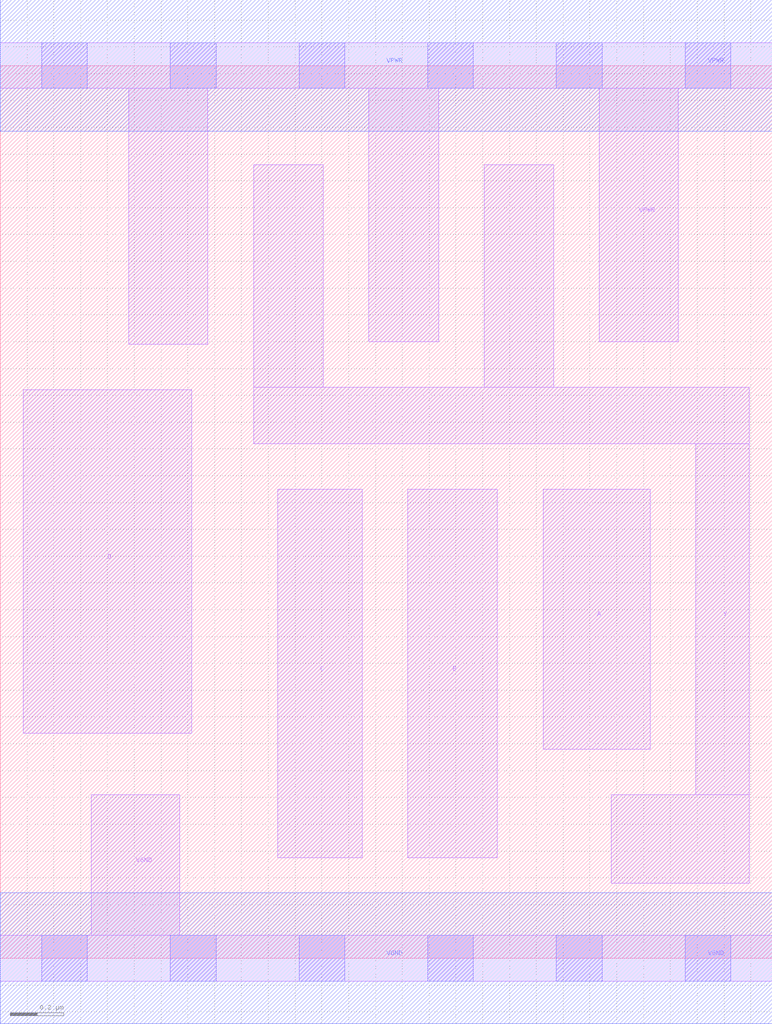
<source format=lef>
# Copyright 2020 The SkyWater PDK Authors
#
# Licensed under the Apache License, Version 2.0 (the "License");
# you may not use this file except in compliance with the License.
# You may obtain a copy of the License at
#
#     https://www.apache.org/licenses/LICENSE-2.0
#
# Unless required by applicable law or agreed to in writing, software
# distributed under the License is distributed on an "AS IS" BASIS,
# WITHOUT WARRANTIES OR CONDITIONS OF ANY KIND, either express or implied.
# See the License for the specific language governing permissions and
# limitations under the License.
#
# SPDX-License-Identifier: Apache-2.0

VERSION 5.7 ;
  NAMESCASESENSITIVE ON ;
  NOWIREEXTENSIONATPIN ON ;
  DIVIDERCHAR "/" ;
  BUSBITCHARS "[]" ;
UNITS
  DATABASE MICRONS 200 ;
END UNITS
MACRO sky130_fd_sc_lp__nand4_0
  CLASS CORE ;
  SOURCE USER ;
  FOREIGN sky130_fd_sc_lp__nand4_0 ;
  ORIGIN  0.000000  0.000000 ;
  SIZE  2.880000 BY  3.330000 ;
  SYMMETRY X Y R90 ;
  SITE unit ;
  PIN A
    ANTENNAGATEAREA  0.159000 ;
    DIRECTION INPUT ;
    USE SIGNAL ;
    PORT
      LAYER li1 ;
        RECT 2.025000 0.780000 2.425000 1.750000 ;
    END
  END A
  PIN B
    ANTENNAGATEAREA  0.159000 ;
    DIRECTION INPUT ;
    USE SIGNAL ;
    PORT
      LAYER li1 ;
        RECT 1.520000 0.375000 1.855000 1.750000 ;
    END
  END B
  PIN C
    ANTENNAGATEAREA  0.159000 ;
    DIRECTION INPUT ;
    USE SIGNAL ;
    PORT
      LAYER li1 ;
        RECT 1.035000 0.375000 1.350000 1.750000 ;
    END
  END C
  PIN D
    ANTENNAGATEAREA  0.159000 ;
    DIRECTION INPUT ;
    USE SIGNAL ;
    PORT
      LAYER li1 ;
        RECT 0.085000 0.840000 0.715000 2.120000 ;
    END
  END D
  PIN Y
    ANTENNADIFFAREA  0.478100 ;
    DIRECTION OUTPUT ;
    USE SIGNAL ;
    PORT
      LAYER li1 ;
        RECT 0.945000 1.920000 2.795000 2.130000 ;
        RECT 0.945000 2.130000 1.205000 2.960000 ;
        RECT 1.805000 2.130000 2.065000 2.960000 ;
        RECT 2.280000 0.280000 2.795000 0.610000 ;
        RECT 2.595000 0.610000 2.795000 1.920000 ;
    END
  END Y
  PIN VGND
    DIRECTION INOUT ;
    USE GROUND ;
    PORT
      LAYER li1 ;
        RECT 0.000000 -0.085000 2.880000 0.085000 ;
        RECT 0.340000  0.085000 0.670000 0.610000 ;
      LAYER mcon ;
        RECT 0.155000 -0.085000 0.325000 0.085000 ;
        RECT 0.635000 -0.085000 0.805000 0.085000 ;
        RECT 1.115000 -0.085000 1.285000 0.085000 ;
        RECT 1.595000 -0.085000 1.765000 0.085000 ;
        RECT 2.075000 -0.085000 2.245000 0.085000 ;
        RECT 2.555000 -0.085000 2.725000 0.085000 ;
      LAYER met1 ;
        RECT 0.000000 -0.245000 2.880000 0.245000 ;
    END
  END VGND
  PIN VPWR
    DIRECTION INOUT ;
    USE POWER ;
    PORT
      LAYER li1 ;
        RECT 0.000000 3.245000 2.880000 3.415000 ;
        RECT 0.480000 2.290000 0.775000 3.245000 ;
        RECT 1.375000 2.300000 1.635000 3.245000 ;
        RECT 2.235000 2.300000 2.530000 3.245000 ;
      LAYER mcon ;
        RECT 0.155000 3.245000 0.325000 3.415000 ;
        RECT 0.635000 3.245000 0.805000 3.415000 ;
        RECT 1.115000 3.245000 1.285000 3.415000 ;
        RECT 1.595000 3.245000 1.765000 3.415000 ;
        RECT 2.075000 3.245000 2.245000 3.415000 ;
        RECT 2.555000 3.245000 2.725000 3.415000 ;
      LAYER met1 ;
        RECT 0.000000 3.085000 2.880000 3.575000 ;
    END
  END VPWR
END sky130_fd_sc_lp__nand4_0

</source>
